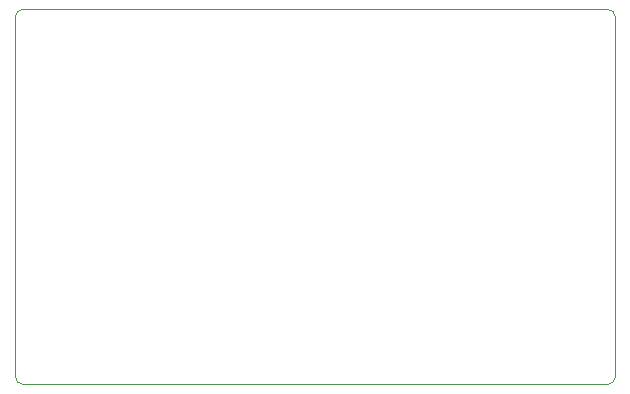
<source format=gbr>
%TF.GenerationSoftware,KiCad,Pcbnew,8.0.4-1.fc40*%
%TF.CreationDate,2024-08-14T08:55:47-05:00*%
%TF.ProjectId,K9QW_ATTiny_CW_Keyer,4b395157-5f41-4545-9469-6e795f43575f,rev?*%
%TF.SameCoordinates,Original*%
%TF.FileFunction,Profile,NP*%
%FSLAX46Y46*%
G04 Gerber Fmt 4.6, Leading zero omitted, Abs format (unit mm)*
G04 Created by KiCad (PCBNEW 8.0.4-1.fc40) date 2024-08-14 08:55:47*
%MOMM*%
%LPD*%
G01*
G04 APERTURE LIST*
%TA.AperFunction,Profile*%
%ADD10C,0.050000*%
%TD*%
G04 APERTURE END LIST*
D10*
X127126433Y-117856567D02*
G75*
G02*
X126491433Y-117221567I-33J634967D01*
G01*
X126492000Y-86741000D02*
G75*
G02*
X127127000Y-86106000I635000J0D01*
G01*
X126491433Y-117221567D02*
X126492000Y-86741000D01*
X176657567Y-117856567D02*
X127126433Y-117856567D01*
X176657000Y-86106000D02*
G75*
G02*
X177292000Y-86741000I0J-635000D01*
G01*
X127127000Y-86106000D02*
X176657000Y-86106000D01*
X177292567Y-117221567D02*
G75*
G02*
X176657567Y-117856567I-634967J-33D01*
G01*
X177292000Y-86741000D02*
X177292567Y-117221567D01*
M02*

</source>
